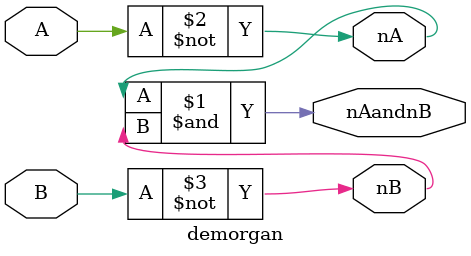
<source format=v>
module demorgan
(
	input A,
	input B,
	output nA,
	output nB,
	output nAandnB
);
	wire nA;
	wire nB;
	not Ainv(nA,A);
	not Binb(nB,B);
	and andgate(nAandnB, nA, nB);
endmodule


</source>
